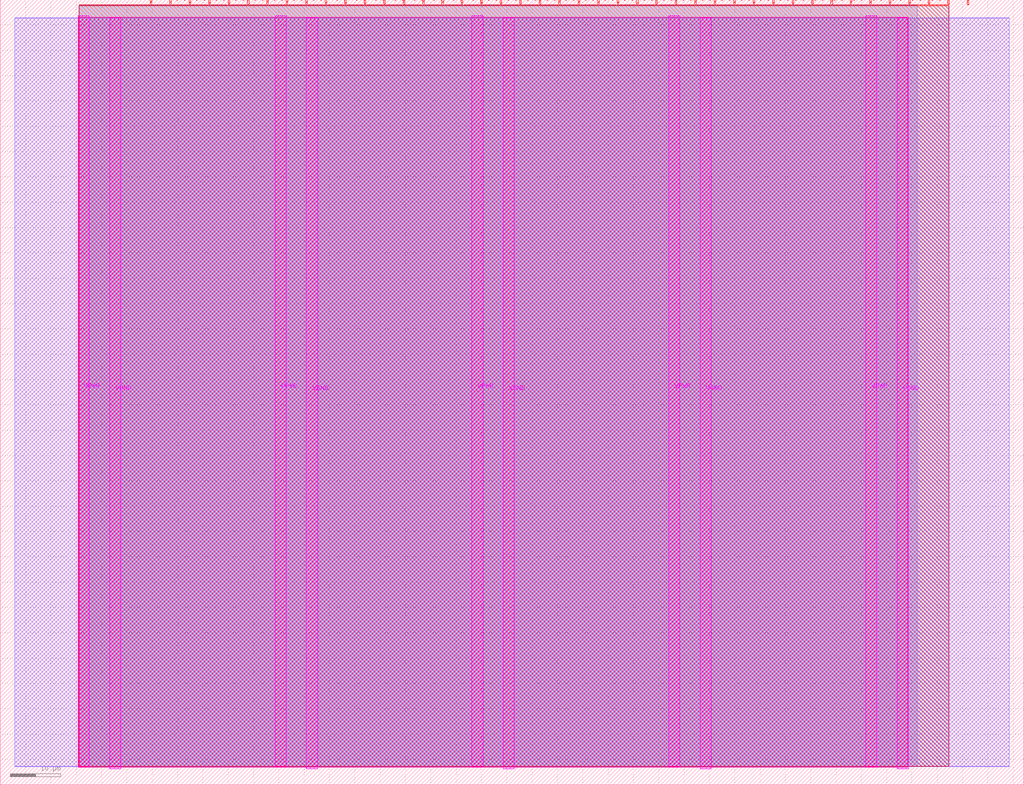
<source format=lef>
VERSION 5.7 ;
  NOWIREEXTENSIONATPIN ON ;
  DIVIDERCHAR "/" ;
  BUSBITCHARS "[]" ;
MACRO tt_um_wokwi_450491696806684673
  CLASS BLOCK ;
  FOREIGN tt_um_wokwi_450491696806684673 ;
  ORIGIN 0.000 0.000 ;
  SIZE 202.080 BY 154.980 ;
  PIN VGND
    DIRECTION INOUT ;
    USE GROUND ;
    PORT
      LAYER TopMetal1 ;
        RECT 21.580 3.150 23.780 151.420 ;
    END
    PORT
      LAYER TopMetal1 ;
        RECT 60.450 3.150 62.650 151.420 ;
    END
    PORT
      LAYER TopMetal1 ;
        RECT 99.320 3.150 101.520 151.420 ;
    END
    PORT
      LAYER TopMetal1 ;
        RECT 138.190 3.150 140.390 151.420 ;
    END
    PORT
      LAYER TopMetal1 ;
        RECT 177.060 3.150 179.260 151.420 ;
    END
  END VGND
  PIN VPWR
    DIRECTION INOUT ;
    USE POWER ;
    PORT
      LAYER TopMetal1 ;
        RECT 15.380 3.560 17.580 151.830 ;
    END
    PORT
      LAYER TopMetal1 ;
        RECT 54.250 3.560 56.450 151.830 ;
    END
    PORT
      LAYER TopMetal1 ;
        RECT 93.120 3.560 95.320 151.830 ;
    END
    PORT
      LAYER TopMetal1 ;
        RECT 131.990 3.560 134.190 151.830 ;
    END
    PORT
      LAYER TopMetal1 ;
        RECT 170.860 3.560 173.060 151.830 ;
    END
  END VPWR
  PIN clk
    DIRECTION INPUT ;
    USE SIGNAL ;
    ANTENNAGATEAREA 0.725400 ;
    PORT
      LAYER Metal4 ;
        RECT 187.050 153.980 187.350 154.980 ;
    END
  END clk
  PIN ena
    DIRECTION INPUT ;
    USE SIGNAL ;
    PORT
      LAYER Metal4 ;
        RECT 190.890 153.980 191.190 154.980 ;
    END
  END ena
  PIN rst_n
    DIRECTION INPUT ;
    USE SIGNAL ;
    PORT
      LAYER Metal4 ;
        RECT 183.210 153.980 183.510 154.980 ;
    END
  END rst_n
  PIN ui_in[0]
    DIRECTION INPUT ;
    USE SIGNAL ;
    ANTENNAGATEAREA 0.180700 ;
    PORT
      LAYER Metal4 ;
        RECT 179.370 153.980 179.670 154.980 ;
    END
  END ui_in[0]
  PIN ui_in[1]
    DIRECTION INPUT ;
    USE SIGNAL ;
    PORT
      LAYER Metal4 ;
        RECT 175.530 153.980 175.830 154.980 ;
    END
  END ui_in[1]
  PIN ui_in[2]
    DIRECTION INPUT ;
    USE SIGNAL ;
    PORT
      LAYER Metal4 ;
        RECT 171.690 153.980 171.990 154.980 ;
    END
  END ui_in[2]
  PIN ui_in[3]
    DIRECTION INPUT ;
    USE SIGNAL ;
    PORT
      LAYER Metal4 ;
        RECT 167.850 153.980 168.150 154.980 ;
    END
  END ui_in[3]
  PIN ui_in[4]
    DIRECTION INPUT ;
    USE SIGNAL ;
    PORT
      LAYER Metal4 ;
        RECT 164.010 153.980 164.310 154.980 ;
    END
  END ui_in[4]
  PIN ui_in[5]
    DIRECTION INPUT ;
    USE SIGNAL ;
    PORT
      LAYER Metal4 ;
        RECT 160.170 153.980 160.470 154.980 ;
    END
  END ui_in[5]
  PIN ui_in[6]
    DIRECTION INPUT ;
    USE SIGNAL ;
    PORT
      LAYER Metal4 ;
        RECT 156.330 153.980 156.630 154.980 ;
    END
  END ui_in[6]
  PIN ui_in[7]
    DIRECTION INPUT ;
    USE SIGNAL ;
    PORT
      LAYER Metal4 ;
        RECT 152.490 153.980 152.790 154.980 ;
    END
  END ui_in[7]
  PIN uio_in[0]
    DIRECTION INPUT ;
    USE SIGNAL ;
    PORT
      LAYER Metal4 ;
        RECT 148.650 153.980 148.950 154.980 ;
    END
  END uio_in[0]
  PIN uio_in[1]
    DIRECTION INPUT ;
    USE SIGNAL ;
    PORT
      LAYER Metal4 ;
        RECT 144.810 153.980 145.110 154.980 ;
    END
  END uio_in[1]
  PIN uio_in[2]
    DIRECTION INPUT ;
    USE SIGNAL ;
    PORT
      LAYER Metal4 ;
        RECT 140.970 153.980 141.270 154.980 ;
    END
  END uio_in[2]
  PIN uio_in[3]
    DIRECTION INPUT ;
    USE SIGNAL ;
    PORT
      LAYER Metal4 ;
        RECT 137.130 153.980 137.430 154.980 ;
    END
  END uio_in[3]
  PIN uio_in[4]
    DIRECTION INPUT ;
    USE SIGNAL ;
    PORT
      LAYER Metal4 ;
        RECT 133.290 153.980 133.590 154.980 ;
    END
  END uio_in[4]
  PIN uio_in[5]
    DIRECTION INPUT ;
    USE SIGNAL ;
    PORT
      LAYER Metal4 ;
        RECT 129.450 153.980 129.750 154.980 ;
    END
  END uio_in[5]
  PIN uio_in[6]
    DIRECTION INPUT ;
    USE SIGNAL ;
    PORT
      LAYER Metal4 ;
        RECT 125.610 153.980 125.910 154.980 ;
    END
  END uio_in[6]
  PIN uio_in[7]
    DIRECTION INPUT ;
    USE SIGNAL ;
    PORT
      LAYER Metal4 ;
        RECT 121.770 153.980 122.070 154.980 ;
    END
  END uio_in[7]
  PIN uio_oe[0]
    DIRECTION OUTPUT ;
    USE SIGNAL ;
    ANTENNADIFFAREA 0.299200 ;
    PORT
      LAYER Metal4 ;
        RECT 56.490 153.980 56.790 154.980 ;
    END
  END uio_oe[0]
  PIN uio_oe[1]
    DIRECTION OUTPUT ;
    USE SIGNAL ;
    ANTENNADIFFAREA 0.299200 ;
    PORT
      LAYER Metal4 ;
        RECT 52.650 153.980 52.950 154.980 ;
    END
  END uio_oe[1]
  PIN uio_oe[2]
    DIRECTION OUTPUT ;
    USE SIGNAL ;
    ANTENNADIFFAREA 0.299200 ;
    PORT
      LAYER Metal4 ;
        RECT 48.810 153.980 49.110 154.980 ;
    END
  END uio_oe[2]
  PIN uio_oe[3]
    DIRECTION OUTPUT ;
    USE SIGNAL ;
    ANTENNADIFFAREA 0.299200 ;
    PORT
      LAYER Metal4 ;
        RECT 44.970 153.980 45.270 154.980 ;
    END
  END uio_oe[3]
  PIN uio_oe[4]
    DIRECTION OUTPUT ;
    USE SIGNAL ;
    ANTENNADIFFAREA 0.299200 ;
    PORT
      LAYER Metal4 ;
        RECT 41.130 153.980 41.430 154.980 ;
    END
  END uio_oe[4]
  PIN uio_oe[5]
    DIRECTION OUTPUT ;
    USE SIGNAL ;
    ANTENNADIFFAREA 0.299200 ;
    PORT
      LAYER Metal4 ;
        RECT 37.290 153.980 37.590 154.980 ;
    END
  END uio_oe[5]
  PIN uio_oe[6]
    DIRECTION OUTPUT ;
    USE SIGNAL ;
    ANTENNADIFFAREA 0.299200 ;
    PORT
      LAYER Metal4 ;
        RECT 33.450 153.980 33.750 154.980 ;
    END
  END uio_oe[6]
  PIN uio_oe[7]
    DIRECTION OUTPUT ;
    USE SIGNAL ;
    ANTENNADIFFAREA 0.299200 ;
    PORT
      LAYER Metal4 ;
        RECT 29.610 153.980 29.910 154.980 ;
    END
  END uio_oe[7]
  PIN uio_out[0]
    DIRECTION OUTPUT ;
    USE SIGNAL ;
    ANTENNADIFFAREA 0.299200 ;
    PORT
      LAYER Metal4 ;
        RECT 87.210 153.980 87.510 154.980 ;
    END
  END uio_out[0]
  PIN uio_out[1]
    DIRECTION OUTPUT ;
    USE SIGNAL ;
    ANTENNADIFFAREA 0.299200 ;
    PORT
      LAYER Metal4 ;
        RECT 83.370 153.980 83.670 154.980 ;
    END
  END uio_out[1]
  PIN uio_out[2]
    DIRECTION OUTPUT ;
    USE SIGNAL ;
    ANTENNADIFFAREA 0.299200 ;
    PORT
      LAYER Metal4 ;
        RECT 79.530 153.980 79.830 154.980 ;
    END
  END uio_out[2]
  PIN uio_out[3]
    DIRECTION OUTPUT ;
    USE SIGNAL ;
    ANTENNADIFFAREA 0.299200 ;
    PORT
      LAYER Metal4 ;
        RECT 75.690 153.980 75.990 154.980 ;
    END
  END uio_out[3]
  PIN uio_out[4]
    DIRECTION OUTPUT ;
    USE SIGNAL ;
    ANTENNADIFFAREA 0.299200 ;
    PORT
      LAYER Metal4 ;
        RECT 71.850 153.980 72.150 154.980 ;
    END
  END uio_out[4]
  PIN uio_out[5]
    DIRECTION OUTPUT ;
    USE SIGNAL ;
    ANTENNADIFFAREA 0.299200 ;
    PORT
      LAYER Metal4 ;
        RECT 68.010 153.980 68.310 154.980 ;
    END
  END uio_out[5]
  PIN uio_out[6]
    DIRECTION OUTPUT ;
    USE SIGNAL ;
    ANTENNADIFFAREA 0.299200 ;
    PORT
      LAYER Metal4 ;
        RECT 64.170 153.980 64.470 154.980 ;
    END
  END uio_out[6]
  PIN uio_out[7]
    DIRECTION OUTPUT ;
    USE SIGNAL ;
    ANTENNADIFFAREA 0.299200 ;
    PORT
      LAYER Metal4 ;
        RECT 60.330 153.980 60.630 154.980 ;
    END
  END uio_out[7]
  PIN uo_out[0]
    DIRECTION OUTPUT ;
    USE SIGNAL ;
    ANTENNADIFFAREA 0.708600 ;
    PORT
      LAYER Metal4 ;
        RECT 117.930 153.980 118.230 154.980 ;
    END
  END uo_out[0]
  PIN uo_out[1]
    DIRECTION OUTPUT ;
    USE SIGNAL ;
    ANTENNADIFFAREA 0.708600 ;
    PORT
      LAYER Metal4 ;
        RECT 114.090 153.980 114.390 154.980 ;
    END
  END uo_out[1]
  PIN uo_out[2]
    DIRECTION OUTPUT ;
    USE SIGNAL ;
    ANTENNADIFFAREA 0.708600 ;
    PORT
      LAYER Metal4 ;
        RECT 110.250 153.980 110.550 154.980 ;
    END
  END uo_out[2]
  PIN uo_out[3]
    DIRECTION OUTPUT ;
    USE SIGNAL ;
    ANTENNADIFFAREA 0.299200 ;
    PORT
      LAYER Metal4 ;
        RECT 106.410 153.980 106.710 154.980 ;
    END
  END uo_out[3]
  PIN uo_out[4]
    DIRECTION OUTPUT ;
    USE SIGNAL ;
    ANTENNADIFFAREA 0.299200 ;
    PORT
      LAYER Metal4 ;
        RECT 102.570 153.980 102.870 154.980 ;
    END
  END uo_out[4]
  PIN uo_out[5]
    DIRECTION OUTPUT ;
    USE SIGNAL ;
    ANTENNADIFFAREA 0.299200 ;
    PORT
      LAYER Metal4 ;
        RECT 98.730 153.980 99.030 154.980 ;
    END
  END uo_out[5]
  PIN uo_out[6]
    DIRECTION OUTPUT ;
    USE SIGNAL ;
    ANTENNADIFFAREA 0.299200 ;
    PORT
      LAYER Metal4 ;
        RECT 94.890 153.980 95.190 154.980 ;
    END
  END uo_out[6]
  PIN uo_out[7]
    DIRECTION OUTPUT ;
    USE SIGNAL ;
    ANTENNADIFFAREA 0.299200 ;
    PORT
      LAYER Metal4 ;
        RECT 91.050 153.980 91.350 154.980 ;
    END
  END uo_out[7]
  OBS
      LAYER GatPoly ;
        RECT 2.880 3.630 199.200 151.350 ;
      LAYER Metal1 ;
        RECT 2.880 3.560 199.200 151.420 ;
      LAYER Metal2 ;
        RECT 15.560 3.635 181.065 153.865 ;
      LAYER Metal3 ;
        RECT 15.515 3.680 187.345 153.825 ;
      LAYER Metal4 ;
        RECT 15.560 153.770 29.400 153.980 ;
        RECT 30.120 153.770 33.240 153.980 ;
        RECT 33.960 153.770 37.080 153.980 ;
        RECT 37.800 153.770 40.920 153.980 ;
        RECT 41.640 153.770 44.760 153.980 ;
        RECT 45.480 153.770 48.600 153.980 ;
        RECT 49.320 153.770 52.440 153.980 ;
        RECT 53.160 153.770 56.280 153.980 ;
        RECT 57.000 153.770 60.120 153.980 ;
        RECT 60.840 153.770 63.960 153.980 ;
        RECT 64.680 153.770 67.800 153.980 ;
        RECT 68.520 153.770 71.640 153.980 ;
        RECT 72.360 153.770 75.480 153.980 ;
        RECT 76.200 153.770 79.320 153.980 ;
        RECT 80.040 153.770 83.160 153.980 ;
        RECT 83.880 153.770 87.000 153.980 ;
        RECT 87.720 153.770 90.840 153.980 ;
        RECT 91.560 153.770 94.680 153.980 ;
        RECT 95.400 153.770 98.520 153.980 ;
        RECT 99.240 153.770 102.360 153.980 ;
        RECT 103.080 153.770 106.200 153.980 ;
        RECT 106.920 153.770 110.040 153.980 ;
        RECT 110.760 153.770 113.880 153.980 ;
        RECT 114.600 153.770 117.720 153.980 ;
        RECT 118.440 153.770 121.560 153.980 ;
        RECT 122.280 153.770 125.400 153.980 ;
        RECT 126.120 153.770 129.240 153.980 ;
        RECT 129.960 153.770 133.080 153.980 ;
        RECT 133.800 153.770 136.920 153.980 ;
        RECT 137.640 153.770 140.760 153.980 ;
        RECT 141.480 153.770 144.600 153.980 ;
        RECT 145.320 153.770 148.440 153.980 ;
        RECT 149.160 153.770 152.280 153.980 ;
        RECT 153.000 153.770 156.120 153.980 ;
        RECT 156.840 153.770 159.960 153.980 ;
        RECT 160.680 153.770 163.800 153.980 ;
        RECT 164.520 153.770 167.640 153.980 ;
        RECT 168.360 153.770 171.480 153.980 ;
        RECT 172.200 153.770 175.320 153.980 ;
        RECT 176.040 153.770 179.160 153.980 ;
        RECT 179.880 153.770 183.000 153.980 ;
        RECT 183.720 153.770 186.840 153.980 ;
        RECT 15.560 3.635 187.300 153.770 ;
      LAYER Metal5 ;
        RECT 15.515 3.470 179.125 151.510 ;
  END
END tt_um_wokwi_450491696806684673
END LIBRARY


</source>
